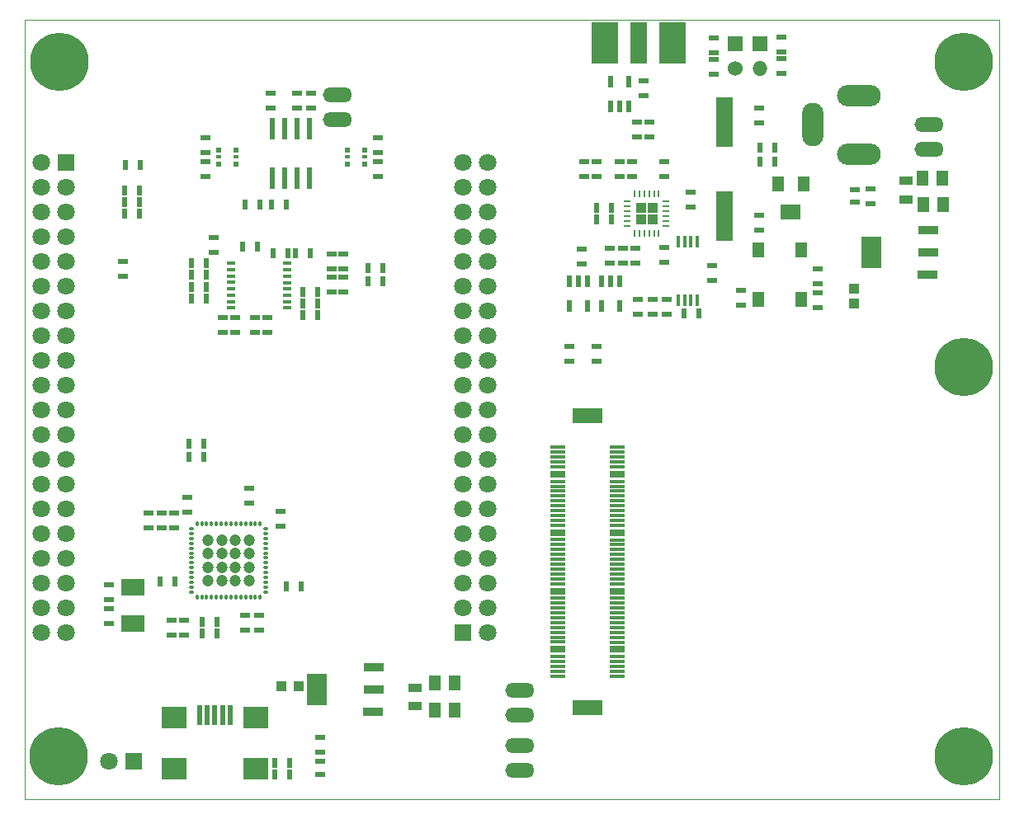
<source format=gtp>
G04 (created by PCBNEW-RS274X (2012-08-04 BZR 3667)-testing) date 10/11/2012 4:33:33 PM*
%MOIN*%
G04 Gerber Fmt 3.4, Leading zero omitted, Abs format*
%FSLAX34Y34*%
G01*
G70*
G90*
G04 APERTURE LIST*
%ADD10C,0.006*%
%ADD11C,0.0039*%
%ADD12R,0.0511X0.0629*%
%ADD13R,0.0413X0.0425*%
%ADD14R,0.0137X0.0472*%
%ADD15R,0.0138X0.0472*%
%ADD16R,0.0236X0.0472*%
%ADD17R,0.0236X0.0866*%
%ADD18R,0.0551X0.0354*%
%ADD19R,0.0394X0.0217*%
%ADD20R,0.0217X0.0394*%
%ADD21R,0.0425X0.0413*%
%ADD22R,0.0196X0.0196*%
%ADD23R,0.0196X0.0157*%
%ADD24R,0.07X0.2*%
%ADD25R,0.0945X0.0669*%
%ADD26R,0.063X0.0118*%
%ADD27R,0.063X0.0276*%
%ADD28R,0.122X0.063*%
%ADD29R,0.0393X0.0236*%
%ADD30R,0.0196X0.0787*%
%ADD31R,0.0984X0.0866*%
%ADD32R,0.0512X0.063*%
%ADD33R,0.0787X0.063*%
%ADD34R,0.0472X0.0591*%
%ADD35R,0.0846X0.0374*%
%ADD36R,0.0846X0.128*%
%ADD37R,0.0354X0.0137*%
%ADD38O,0.1179X0.06*%
%ADD39R,0.07X0.165*%
%ADD40R,0.105X0.165*%
%ADD41R,0.06X0.06*%
%ADD42O,0.06X0.06*%
%ADD43C,0.06*%
%ADD44O,0.1772X0.086*%
%ADD45O,0.086X0.1772*%
%ADD46C,0.2362*%
%ADD47C,0.0707*%
%ADD48R,0.0707X0.0707*%
%ADD49C,0.0472*%
%ADD50O,0.0235X0.0117*%
%ADD51O,0.0117X0.0235*%
%ADD52O,0.0315X0.0098*%
%ADD53O,0.0098X0.0315*%
%ADD54R,0.0394X0.0394*%
G04 APERTURE END LIST*
G54D10*
G54D11*
X37795Y-22047D02*
X37795Y-53542D01*
X77165Y-22047D02*
X37795Y-22047D01*
X77165Y-53542D02*
X77165Y-22047D01*
X37795Y-53542D02*
X77165Y-53542D01*
G54D12*
X74094Y-29527D03*
X74882Y-29527D03*
X74055Y-28464D03*
X74843Y-28464D03*
X54370Y-48858D03*
X55158Y-48858D03*
X54370Y-49961D03*
X55158Y-49961D03*
G54D13*
X48848Y-48976D03*
X48160Y-48976D03*
G54D14*
X64961Y-31024D03*
G54D15*
X64705Y-31023D03*
X64449Y-31023D03*
X64193Y-31023D03*
G54D14*
X64961Y-33386D03*
G54D15*
X64705Y-33386D03*
X64449Y-33386D03*
X64193Y-33386D03*
G54D16*
X60532Y-32614D03*
X59782Y-32614D03*
X60532Y-33614D03*
X60157Y-32614D03*
X59782Y-33614D03*
X61830Y-32614D03*
X61080Y-32614D03*
X61830Y-33614D03*
X61455Y-32614D03*
X61080Y-33614D03*
X61444Y-25542D03*
X62194Y-25542D03*
X61444Y-24542D03*
X61819Y-25542D03*
X62194Y-24542D03*
G54D17*
X47774Y-28449D03*
X48274Y-28449D03*
X48774Y-28449D03*
X49274Y-28449D03*
X49274Y-26449D03*
X48774Y-26449D03*
X48274Y-26449D03*
X47774Y-26449D03*
G54D18*
X53543Y-49784D03*
X53543Y-49034D03*
X73386Y-28562D03*
X73386Y-29312D03*
G54D19*
X64685Y-29030D03*
X64685Y-29630D03*
X68354Y-23633D03*
X68354Y-24233D03*
G54D20*
X67475Y-27795D03*
X68075Y-27795D03*
G54D19*
X67441Y-26205D03*
X67441Y-25605D03*
X67441Y-29936D03*
X67441Y-30536D03*
X65551Y-31983D03*
X65551Y-32583D03*
G54D20*
X64432Y-33925D03*
X65032Y-33925D03*
G54D19*
X63740Y-33361D03*
X63740Y-33961D03*
X65618Y-23656D03*
X65618Y-24256D03*
X69830Y-32125D03*
X69830Y-32725D03*
X66717Y-33576D03*
X66717Y-32976D03*
X69830Y-33070D03*
X69830Y-33670D03*
X62783Y-25126D03*
X62783Y-24526D03*
X62559Y-33361D03*
X62559Y-33961D03*
X61437Y-31274D03*
X61437Y-31874D03*
X60275Y-31314D03*
X60275Y-31914D03*
X65618Y-22798D03*
X65618Y-23398D03*
X68354Y-22759D03*
X68354Y-23359D03*
G54D20*
X68075Y-27224D03*
X67475Y-27224D03*
G54D19*
X63622Y-31255D03*
X63622Y-31855D03*
X63622Y-28370D03*
X63622Y-27770D03*
G54D20*
X61501Y-30118D03*
X60901Y-30118D03*
G54D19*
X62441Y-31274D03*
X62441Y-31874D03*
G54D20*
X61501Y-29645D03*
X60901Y-29645D03*
G54D19*
X62323Y-28370D03*
X62323Y-27770D03*
X61949Y-31874D03*
X61949Y-31274D03*
X61811Y-27770D03*
X61811Y-28370D03*
X63149Y-33361D03*
X63149Y-33961D03*
G54D21*
X71299Y-32927D03*
X71299Y-33527D03*
G54D19*
X44213Y-46314D03*
X44213Y-46914D03*
X41181Y-45842D03*
X41181Y-46442D03*
X41181Y-45497D03*
X41181Y-44897D03*
X47244Y-46717D03*
X47244Y-46117D03*
X43307Y-41983D03*
X43307Y-42583D03*
X44350Y-41934D03*
X44350Y-41334D03*
X42795Y-41983D03*
X42795Y-42583D03*
G54D20*
X43843Y-44764D03*
X43243Y-44764D03*
G54D19*
X43819Y-42583D03*
X43819Y-41983D03*
X48110Y-42505D03*
X48110Y-41905D03*
X46850Y-41580D03*
X46850Y-40980D03*
G54D20*
X48361Y-44961D03*
X48961Y-44961D03*
G54D19*
X46693Y-46117D03*
X46693Y-46717D03*
G54D20*
X45556Y-46378D03*
X44956Y-46378D03*
X45556Y-46850D03*
X44956Y-46850D03*
G54D19*
X43740Y-46314D03*
X43740Y-46914D03*
X60394Y-28371D03*
X60394Y-27771D03*
X47716Y-25014D03*
X47716Y-25614D03*
X48779Y-25614D03*
X48779Y-25014D03*
X49370Y-25614D03*
X49370Y-25014D03*
G54D20*
X46688Y-29508D03*
X47288Y-29508D03*
X47751Y-29508D03*
X48351Y-29508D03*
X41826Y-28937D03*
X42426Y-28937D03*
X41865Y-27913D03*
X42465Y-27913D03*
X42426Y-29409D03*
X41826Y-29409D03*
X42426Y-29881D03*
X41826Y-29881D03*
G54D19*
X60906Y-28371D03*
X60906Y-27771D03*
X63039Y-26780D03*
X63039Y-26180D03*
X62527Y-26780D03*
X62527Y-26180D03*
G54D20*
X45024Y-39705D03*
X44424Y-39705D03*
X48489Y-52559D03*
X47889Y-52559D03*
X48489Y-52087D03*
X47889Y-52087D03*
G54D19*
X45079Y-27771D03*
X45079Y-28371D03*
X45079Y-27426D03*
X45079Y-26826D03*
X60906Y-35251D03*
X60906Y-35851D03*
X59803Y-35251D03*
X59803Y-35851D03*
X52047Y-27771D03*
X52047Y-28371D03*
X52047Y-27426D03*
X52047Y-26826D03*
G54D22*
X45629Y-27303D03*
G54D23*
X45629Y-27598D03*
G54D22*
X45629Y-27893D03*
X46338Y-27893D03*
G54D23*
X46338Y-27598D03*
G54D22*
X46338Y-27303D03*
X51535Y-27892D03*
G54D23*
X51535Y-27597D03*
G54D22*
X51535Y-27302D03*
X50826Y-27302D03*
G54D23*
X50826Y-27597D03*
G54D22*
X50826Y-27892D03*
G54D19*
X49724Y-51639D03*
X49724Y-51039D03*
X71949Y-28873D03*
X71949Y-29473D03*
G54D20*
X49031Y-33524D03*
X49631Y-33524D03*
X45024Y-39193D03*
X44424Y-39193D03*
X49031Y-33051D03*
X49631Y-33051D03*
X49031Y-33996D03*
X49631Y-33996D03*
X48716Y-31476D03*
X49316Y-31476D03*
G54D19*
X50669Y-32131D03*
X50669Y-31531D03*
X50669Y-32436D03*
X50669Y-33036D03*
G54D20*
X48410Y-31476D03*
X47810Y-31476D03*
G54D19*
X50177Y-32131D03*
X50177Y-31531D03*
X50177Y-32436D03*
X50177Y-33036D03*
G54D20*
X45123Y-32362D03*
X44523Y-32362D03*
X46590Y-31220D03*
X47190Y-31220D03*
G54D19*
X45433Y-31461D03*
X45433Y-30861D03*
G54D20*
X45123Y-32835D03*
X44523Y-32835D03*
X45123Y-33307D03*
X44523Y-33307D03*
G54D19*
X47598Y-34090D03*
X47598Y-34690D03*
X45787Y-34090D03*
X45787Y-34690D03*
X46299Y-34090D03*
X46299Y-34690D03*
X47087Y-34090D03*
X47087Y-34690D03*
G54D20*
X45123Y-31890D03*
X44523Y-31890D03*
G54D19*
X41752Y-32426D03*
X41752Y-31826D03*
G54D20*
X51669Y-32067D03*
X52269Y-32067D03*
X51669Y-32618D03*
X52269Y-32618D03*
G54D24*
X66063Y-26170D03*
X66063Y-29970D03*
G54D25*
X42165Y-46437D03*
X42165Y-44981D03*
G54D26*
X59314Y-39326D03*
X59314Y-39523D03*
X59314Y-39720D03*
X59314Y-39917D03*
X59314Y-40113D03*
G54D27*
X59314Y-40409D03*
G54D26*
X59314Y-40704D03*
X59314Y-40901D03*
X59314Y-41098D03*
X59314Y-41295D03*
X59314Y-41491D03*
X59314Y-41688D03*
X59314Y-41885D03*
X59314Y-42082D03*
X59314Y-42279D03*
X59314Y-42476D03*
G54D27*
X59314Y-42771D03*
G54D26*
X59314Y-43066D03*
X59314Y-43263D03*
X59314Y-43460D03*
X59314Y-43657D03*
X59314Y-43854D03*
X59314Y-44050D03*
X59314Y-44247D03*
X59314Y-44444D03*
X59314Y-44641D03*
X59314Y-44838D03*
G54D27*
X59314Y-45134D03*
G54D26*
X59314Y-45428D03*
X59314Y-45625D03*
X59314Y-45822D03*
X59314Y-46019D03*
X59314Y-46216D03*
X59314Y-46413D03*
X59314Y-46609D03*
X59314Y-46806D03*
X59314Y-47003D03*
X59314Y-47200D03*
G54D27*
X59314Y-47496D03*
G54D26*
X59314Y-47791D03*
X59314Y-47987D03*
X59314Y-48184D03*
X59314Y-48381D03*
X59314Y-48578D03*
X61716Y-48580D03*
X61716Y-48383D03*
X61716Y-48186D03*
X61716Y-47989D03*
X61716Y-47793D03*
G54D27*
X61716Y-47498D03*
G54D26*
X61716Y-47202D03*
X61716Y-47005D03*
X61716Y-46808D03*
X61716Y-46611D03*
X61716Y-46415D03*
X61716Y-46218D03*
X61716Y-46021D03*
X61716Y-45824D03*
X61716Y-45627D03*
X61716Y-45430D03*
G54D27*
X61716Y-45135D03*
G54D26*
X61716Y-44839D03*
X61716Y-44642D03*
X61716Y-44445D03*
X61716Y-44248D03*
X61716Y-44052D03*
X61716Y-43855D03*
X61716Y-43658D03*
X61716Y-43461D03*
X61716Y-43264D03*
X61716Y-43067D03*
G54D27*
X61716Y-42772D03*
G54D26*
X61716Y-42476D03*
X61716Y-42279D03*
X61716Y-42082D03*
X61716Y-41885D03*
X61716Y-41689D03*
X61716Y-41492D03*
X61716Y-41295D03*
X61716Y-41098D03*
X61716Y-40901D03*
X61716Y-40704D03*
G54D27*
X61716Y-40409D03*
G54D26*
X61716Y-40113D03*
X61716Y-39917D03*
X61716Y-39720D03*
X61716Y-39523D03*
X61716Y-39326D03*
G54D28*
X60519Y-49838D03*
X60519Y-38066D03*
G54D29*
X71319Y-28916D03*
X71323Y-29428D03*
X49724Y-52026D03*
X49728Y-52538D03*
G54D30*
X44843Y-50139D03*
X45158Y-50139D03*
X45472Y-50139D03*
X45786Y-50139D03*
X46101Y-50139D03*
G54D31*
X47125Y-52323D03*
X43819Y-52323D03*
X43819Y-50237D03*
X47125Y-50237D03*
G54D32*
X68238Y-28680D03*
X69242Y-28680D03*
G54D33*
X68740Y-29822D03*
G54D34*
X67429Y-33345D03*
X67429Y-31345D03*
X69161Y-31345D03*
X69161Y-33345D03*
G54D35*
X51859Y-50020D03*
X51898Y-49114D03*
X51879Y-48209D03*
G54D36*
X49576Y-49114D03*
G54D35*
X74260Y-32361D03*
X74299Y-31455D03*
X74280Y-30550D03*
G54D36*
X71977Y-31455D03*
G54D37*
X46112Y-31899D03*
X46112Y-32155D03*
X46112Y-32411D03*
X46112Y-32666D03*
X46112Y-32922D03*
X46112Y-33179D03*
X46112Y-33434D03*
X46112Y-33689D03*
X48376Y-33690D03*
X48376Y-33434D03*
X48376Y-33179D03*
X48376Y-32923D03*
X48376Y-32667D03*
X48376Y-32411D03*
X48376Y-32155D03*
X48376Y-31899D03*
G54D38*
X50432Y-25089D03*
X50432Y-26088D03*
X57781Y-50138D03*
X57781Y-49139D03*
X57781Y-52383D03*
X57781Y-51384D03*
X74331Y-26276D03*
X74331Y-27275D03*
G54D39*
X62597Y-22978D03*
G54D40*
X61221Y-22978D03*
X63973Y-22978D03*
G54D41*
X67493Y-23001D03*
G54D42*
X67493Y-24001D03*
G54D41*
X66494Y-23001D03*
G54D43*
X66494Y-24001D03*
G54D44*
X71500Y-25117D03*
G54D45*
X69610Y-26299D03*
G54D44*
X71500Y-27480D03*
G54D46*
X75717Y-23764D03*
X75717Y-36079D03*
G54D47*
X38445Y-27826D03*
X38445Y-28826D03*
X38445Y-29826D03*
X38445Y-30826D03*
X38445Y-31826D03*
X38445Y-32826D03*
X38445Y-33826D03*
X38445Y-34826D03*
X38445Y-35826D03*
X38445Y-36826D03*
X38445Y-37826D03*
X38445Y-38826D03*
X38445Y-39826D03*
X38445Y-40826D03*
X38445Y-41826D03*
X38445Y-42826D03*
X38445Y-43826D03*
X38445Y-44826D03*
X38445Y-45826D03*
X38445Y-46826D03*
X39444Y-28826D03*
X39444Y-29825D03*
X39445Y-30826D03*
X39445Y-31826D03*
X39445Y-32826D03*
X39445Y-33826D03*
X39445Y-34826D03*
X39445Y-35826D03*
X39445Y-36826D03*
X39445Y-38826D03*
X39445Y-37826D03*
X39445Y-39826D03*
X39445Y-40826D03*
X39445Y-41826D03*
X39445Y-42826D03*
X39445Y-43826D03*
X39445Y-44826D03*
X39445Y-45826D03*
X39444Y-46826D03*
G54D48*
X39444Y-27828D03*
G54D47*
X55496Y-27826D03*
X55496Y-28826D03*
X55496Y-29826D03*
X55496Y-30826D03*
X55496Y-31826D03*
X55496Y-32826D03*
X55496Y-33826D03*
X55496Y-34826D03*
X55496Y-35826D03*
X55496Y-36826D03*
X55496Y-37826D03*
X55496Y-38826D03*
X55496Y-39826D03*
X55496Y-40826D03*
X55495Y-41825D03*
X55496Y-42826D03*
X55496Y-43826D03*
X55496Y-44826D03*
X55496Y-45826D03*
G54D48*
X55494Y-46826D03*
G54D47*
X56496Y-27826D03*
X56496Y-28826D03*
X56496Y-29826D03*
X56496Y-30826D03*
X56496Y-31826D03*
X56496Y-32826D03*
X56496Y-34826D03*
X56496Y-33826D03*
X56496Y-36826D03*
X56496Y-35826D03*
X56496Y-37826D03*
X56496Y-39826D03*
X56496Y-38826D03*
X56496Y-46826D03*
X56496Y-45826D03*
X56496Y-44826D03*
X56496Y-43826D03*
X56496Y-41826D03*
X56496Y-40826D03*
X56496Y-42826D03*
X41194Y-52031D03*
G54D48*
X42195Y-52031D03*
G54D49*
X45747Y-44724D03*
X45747Y-44173D03*
X45747Y-43071D03*
X45747Y-43622D03*
X45196Y-43622D03*
X45196Y-43071D03*
X45196Y-44173D03*
X45196Y-44724D03*
X46299Y-44724D03*
X46299Y-44173D03*
X46299Y-43071D03*
X46299Y-43622D03*
X46850Y-43622D03*
X46850Y-43071D03*
X46850Y-44173D03*
G54D50*
X47519Y-43800D03*
X47519Y-43603D03*
X47519Y-43405D03*
X47519Y-43208D03*
X47519Y-43012D03*
X47519Y-42815D03*
X47519Y-42618D03*
X47519Y-45176D03*
X47519Y-44979D03*
X47519Y-44782D03*
X47519Y-44586D03*
X47519Y-44389D03*
X47519Y-44191D03*
X47519Y-43994D03*
G54D51*
X47303Y-42402D03*
X47106Y-42402D03*
X46909Y-42402D03*
X46711Y-42402D03*
X46516Y-42402D03*
X46318Y-42402D03*
X46121Y-42402D03*
X45925Y-42402D03*
X45730Y-42402D03*
X45532Y-42402D03*
X45335Y-42402D03*
X45139Y-42402D03*
X44942Y-42402D03*
X44745Y-42402D03*
G54D50*
X44529Y-42618D03*
X44529Y-42815D03*
X44529Y-43012D03*
X44529Y-43208D03*
X44529Y-43405D03*
X44529Y-43602D03*
X44529Y-43798D03*
X44529Y-43994D03*
X44529Y-44191D03*
X44529Y-44389D03*
X44529Y-44586D03*
X44529Y-44782D03*
X44529Y-44979D03*
X44529Y-45176D03*
G54D51*
X44745Y-45392D03*
X44942Y-45392D03*
X45139Y-45392D03*
X45335Y-45392D03*
X45532Y-45392D03*
X45729Y-45392D03*
X45925Y-45392D03*
X46121Y-45392D03*
X46318Y-45392D03*
X46516Y-45392D03*
X46713Y-45392D03*
X46909Y-45392D03*
X47106Y-45392D03*
X47303Y-45392D03*
G54D49*
X46850Y-44724D03*
G54D46*
X75717Y-51827D03*
X39173Y-51831D03*
X39177Y-23760D03*
G54D52*
X63699Y-30372D03*
X63699Y-30175D03*
X63699Y-29978D03*
X63699Y-29782D03*
X63699Y-29585D03*
X63699Y-29388D03*
G54D53*
X63404Y-29093D03*
X63207Y-29093D03*
X63010Y-29093D03*
X62814Y-29093D03*
X62617Y-29093D03*
X62420Y-29093D03*
G54D52*
X62125Y-29388D03*
X62125Y-29585D03*
X62125Y-29782D03*
X62125Y-29978D03*
X62125Y-30175D03*
X62125Y-30372D03*
G54D53*
X62420Y-30667D03*
X62617Y-30667D03*
X62814Y-30667D03*
X63010Y-30667D03*
X63207Y-30667D03*
X63404Y-30667D03*
G54D54*
X62676Y-29644D03*
X63148Y-29644D03*
X62676Y-30116D03*
X63148Y-30116D03*
M02*

</source>
